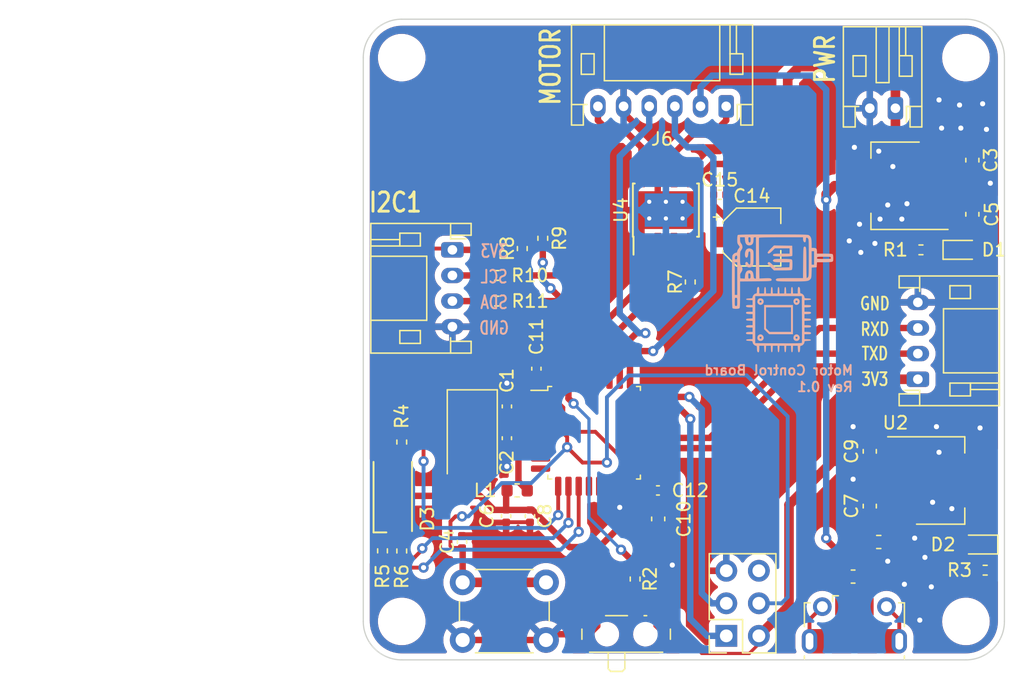
<source format=kicad_pcb>
(kicad_pcb (version 20211014) (generator pcbnew)
  (title_block (title "STM32F303K8-based DC Motor Controller") (date "2023-01-18") (rev "0.1"))
  (layers (0 "F.Cu" signal) (31 "B.Cu" signal) (34 "B.Paste" user) (35 "F.Paste" user) (36 "B.SilkS" user "B.Silkscreen") (37 "F.SilkS" user "F.Silkscreen") (38 "B.Mask" user) (39 "F.Mask" user) (44 "Edge.Cuts" user))
  (net 0 "")
  (net 1 "/OSC_IN")
  (net 2 "GND")
  (net 3 "/OSC_OUT")
  (net 4 "+9V")
  (net 5 "/~{RST}")
  (net 6 "+5V")
  (net 7 "+3V3")
  (net 8 "Net-(C7-Pad1)")
  (net 9 "Net-(D1-Pad1)")
  (net 10 "Net-(D2-Pad1)")
  (net 11 "Net-(D3-Pad1)")
  (net 12 "Net-(D3-Pad2)")
  (net 13 "Net-(D3-Pad3)")
  (net 14 "/PA9")
  (net 15 "/PA10")
  (net 16 "/PB7")
  (net 17 "/PB6")
  (net 18 "/PA13")
  (net 19 "/PA14")
  (net 21 "VDDA")
  (net 22 "/BOOT_{0}")
  (net 23 "Net-(R2-Pad2)")
  (net 24 "/PB5")
  (net 25 "/PB3")
  (net 26 "/PB4")
  (net 27 "/PA0")
  (net 28 "/PA1")
  (net 29 "/PA2")
  (net 30 "/PA3")
  (net 31 "/PA4")
  (net 32 "/PA5")
  (net 33 "/PA6")
  (net 34 "/PA7")
  (net 35 "/PB0")
  (net 36 "/PB1")
  (net 37 "/PA8")
  (net 38 "/PA11")
  (net 39 "/PA12")
  (net 40 "/PA15")
  (net 44 "unconnected-(J5-Pad6)")
  (net 45 "/MOTOR1_A")
  (net 46 "/MOTOR1_B")
  (net 47 "Net-(R7-Pad2)")
  (net 48 "Net-(J2-Pad2)")
  (net 49 "Net-(J2-Pad3)")
  (footprint "Capacitor_SMD:C_0603_1608Metric" (layer "F.Cu") (at 137.5 81 -90)
    (fp_text reference "C3")
    (fp_text value "22u")
  )
  (footprint "Crystal:Crystal_SMD_0603-2Pin_6.0x3.5mm" (layer "F.Cu") (at 98.5 102.275 -90)
    (fp_text reference "Y1" hide)
    (fp_text value "12MHz")
  )
  (footprint "Connector_JST:JST_PH_S2B-PH-K_1x02_P2.00mm_Horizontal" (layer "F.Cu") (at 131.5 76.95 180)
    (fp_text reference "J4" hide)
    (fp_text value "Conn_PWR")
  )
  (footprint "Capacitor_SMD:C_0402_1005Metric" (layer "F.Cu") (at 101.2 102.7 -90)
    (fp_text reference "C2")
    (fp_text value "10p")
  )
  (footprint "Inductor_SMD:L_0603_1608Metric" (layer "F.Cu") (at 102 106.775 180)
    (fp_text reference "L1")
    (fp_text value "L_Small")
  )
  (footprint "LED_SMD:LED_RGB_1210" (layer "F.Cu") (at 92.3 107.25 90)
    (fp_text reference "D3")
    (fp_text value "LED_STAT")
  )
  (footprint "Resistor_SMD:R_0402_1005Metric" (layer "F.Cu") (at 102.4 87.9 90)
    (fp_text reference "R8")
    (fp_text value "DNP")
  )
  (footprint "MountingHole:MountingHole_2.7mm_M2.5" (layer "F.Cu") (at 93 117)
    (fp_text reference "H3" hide)
    (fp_text value "M3")
  )
  (footprint "Capacitor_SMD:C_0402_1005Metric" (layer "F.Cu") (at 97.7 110.78 90)
    (fp_text reference "C4")
    (fp_text value "100n")
  )
  (footprint "Connector_JST:JST_PH_S4B-PH-K_1x04_P2.00mm_Horizontal" (layer "F.Cu") (at 133.25 98.1 90)
    (fp_text reference "J1" hide)
    (fp_text value "Conn_UART")
  )
  (footprint "Connector_JST:JST_PH_S6B-PH-K_1x06_P2.00mm_Horizontal" (layer "F.Cu") (at 118.3 76.8 180)
    (fp_text reference "J6")
    (fp_text value "Conn_Motor1")
  )
  (footprint "LED_SMD:LED_0603_1608Metric" (layer "F.Cu") (at 138 111 180)
    (fp_text reference "D2")
    (fp_text value "green")
  )
  (footprint "Capacitor_SMD:C_0603_1608Metric" (layer "F.Cu") (at 128.2 113.5)
    (fp_text reference "C13" hide)
    (fp_text value "22u")
  )
  (footprint "Connector_PinSocket_2.54mm:PinSocket_2x03_P2.54mm_Vertical" (layer "F.Cu") (at 118.31 118.125 180)
    (fp_text reference "J3" hide)
    (fp_text value "Conn_SWD")
  )
  (footprint "Resistor_SMD:R_0402_1005Metric" (layer "F.Cu") (at 93 103 -90)
    (fp_text reference "R4")
    (fp_text value "1K")
  )
  (footprint "Resistor_SMD:R_0402_1005Metric" (layer "F.Cu") (at 104 87.1 90)
    (fp_text reference "R9")
    (fp_text value "DNP")
  )
  (footprint "Resistor_SMD:R_0402_1005Metric" (layer "F.Cu") (at 115.5 90.51 90)
    (fp_text reference "R7")
    (fp_text value "0.2")
  )
  (footprint "Capacitor_SMD:C_0402_1005Metric" (layer "F.Cu") (at 101.14 108.775 -90)
    (fp_text reference "C6")
    (fp_text value "10n")
  )
  (footprint "Resistor_SMD:R_0402_1005Metric" (layer "F.Cu") (at 91.5 111.49 90)
    (fp_text reference "R5")
    (fp_text value "1K")
  )
  (footprint "LED_SMD:LED_0603_1608Metric" (layer "F.Cu") (at 136.7 88)
    (fp_text reference "D1")
    (fp_text value "green")
  )
  (footprint "Capacitor_SMD:CP_Elec_4x3.9" (layer "F.Cu") (at 120.3 87)
    (fp_text reference "C14")
    (fp_text value "47u")
  )
  (footprint "Package_SO:Texas_HTSOP-8-1EP_3.9x4.9mm_P1.27mm_EP2.95x4.9mm_Mask2.4x3.1mm_ThermalVias" (layer "F.Cu") (at 113.6 84.9 90)
    (fp_text reference "U4")
    (fp_text value "DRV8871DDA")
  )
  (footprint "Capacitor_SMD:C_0402_1005Metric" (layer "F.Cu") (at 112.98 106.775)
    (fp_text reference "C12")
    (fp_text value "100n")
  )
  (footprint "Capacitor_SMD:C_0402_1005Metric" (layer "F.Cu") (at 101.2 100.22 90)
    (fp_text reference "C1")
    (fp_text value "10p")
  )
  (footprint "Connector_USB:USB_Micro-B_Molex-105017-0001" (layer "F.Cu") (at 128.3 117.31)
    (fp_text reference "J5" hide)
    (fp_text value "USB_B_Micro")
  )
  (footprint "Resistor_SMD:R_0402_1005Metric" (layer "F.Cu") (at 93 111.5 90)
    (fp_text reference "R6")
    (fp_text value "1K")
  )
  (footprint "Capacitor_SMD:C_0603_1608Metric" (layer "F.Cu") (at 113 109 -90)
    (fp_text reference "C10")
    (fp_text value "10u")
  )
  (footprint "Resistor_SMD:R_0402_1005Metric" (layer "F.Cu") (at 100.4 90 180)
    (fp_text reference "R10")
    (fp_text value "DNP")
  )
  (footprint "Capacitor_SMD:C_0603_1608Metric" (layer "F.Cu") (at 137.5 85.225 -90)
    (fp_text reference "C5")
    (fp_text value "22u")
  )
  (footprint "Connector_JST:JST_PH_S4B-PH-K_1x04_P2.00mm_Horizontal" (layer "F.Cu") (at 96.95 88 -90)
    (fp_text reference "J2" hide)
    (fp_text value "Conn_I2C")
  )
  (footprint "Button_Switch_SMD:SW_SPDT_PCM12" (layer "F.Cu") (at 110.5 117.67)
    (fp_text reference "SW2" hide)
    (fp_text value "SW_BOOT0")
  )
  (footprint "Button_Switch_THT:SW_PUSH_6mm_H4.3mm" (layer "F.Cu") (at 104.25 118.45 180)
    (fp_text reference "SW1" hide)
    (fp_text value "SW_RST")
  )
  (footprint "MountingHole:MountingHole_2.7mm_M2.5" (layer "F.Cu") (at 137 73)
    (fp_text reference "H4" hide)
    (fp_text value "M3" hide)
  )
  (footprint "MountingHole:MountingHole_2.7mm_M2.5" (layer "F.Cu") (at 137 117)
    (fp_text reference "H2" hide)
    (fp_text value "M3")
  )
  (footprint "Resistor_SMD:R_0402_1005Metric" (layer "F.Cu") (at 100.4 92 180)
    (fp_text reference "R11")
    (fp_text value "DNP")
  )
  (footprint "Capacitor_SMD:C_0603_1608Metric" (layer "F.Cu") (at 129.5 108 90)
    (fp_text reference "C7")
    (fp_text value "22u")
  )
  (footprint "Capacitor_SMD:C_0402_1005Metric" (layer "F.Cu") (at 103 108.775 -90)
    (fp_text reference "C8")
    (fp_text value "1u")
  )
  (footprint "Resistor_SMD:R_0402_1005Metric" (layer "F.Cu") (at 138.5 113 180)
    (fp_text reference "R3")
    (fp_text value "1K")
  )
  (footprint "Package_TO_SOT_SMD:SOT-223-3_TabPin2" (layer "F.Cu") (at 131.5 83 180)
    (fp_text reference "U1" hide)
    (fp_text value "AMS1117-5.0")
  )
  (footprint "Resistor_SMD:R_0402_1005Metric" (layer "F.Cu") (at 133.49 88 180)
    (fp_text reference "R1")
    (fp_text value "1K")
  )
  (footprint "Capacitor_SMD:C_0603_1608Metric" (layer "F.Cu") (at 129.5 103.725 90)
    (fp_text reference "C9")
    (fp_text value "22u")
  )
  (footprint "Inductor_SMD:L_0603_1608Metric" (layer "F.Cu") (at 130.2 110.8)
    (fp_text reference "L2" hide)
    (fp_text value "L_Small")
  )
  (footprint "MountingHole:MountingHole_2.7mm_M2.5" (layer "F.Cu") (at 93 73)
    (fp_text reference "H1" hide)
    (fp_text value "M3" hide)
  )
  (footprint "Capacitor_SMD:C_0402_1005Metric" (layer "F.Cu") (at 117.8 83.7)
    (fp_text reference "C15")
    (fp_text value "0.1u")
  )
  (footprint "Capacitor_SMD:C_0402_1005Metric" (layer "F.Cu") (at 103.5 97.275 90)
    (fp_text reference "C11")
    (fp_text value "100n")
  )
  (footprint "Package_TO_SOT_SMD:SOT-223-3_TabPin2" (layer "F.Cu") (at 135 106)
    (fp_text reference "U2")
    (fp_text value "AMS1117-3.3")
  )
  (footprint "Resistor_SMD:R_0402_1005Metric" (layer "F.Cu") (at 111.2 113.69 -90)
    (fp_text reference "R2")
    (fp_text value "10K")
  )
  (footprint "Package_QFP:LQFP-32_7x7mm_P0.8mm" (layer "F.Cu") (at 108 102.275)
    (fp_text reference "U3" hide)
    (fp_text value "STM32F301K8Tx")
  )
  (footprint "LOGO" (layer "B.Cu") (at 122.383027 91.329609 180)
    (fp_text reference "G***" hide)
    (fp_text value "LOGO" hide)
  )
  (gr_arc (start 137 70) (mid 139.12132 70.87868) (end 140 73) (layer "Edge.Cuts") (width 0.1))
  (gr_line (start 137 70) (end 93 70) (layer "Edge.Cuts") (width 0.1))
  (gr_arc (start 90 73) (mid 90.87868 70.87868) (end 93 70) (layer "Edge.Cuts") (width 0.1))
  (gr_arc (start 140 117) (mid 139.12132 119.12132) (end 137 120) (layer "Edge.Cuts") (width 0.1))
  (gr_line (start 93 120) (end 137 120) (layer "Edge.Cuts") (width 0.1))
  (gr_line (start 140 117) (end 140 73) (layer "Edge.Cuts") (width 0.1))
  (gr_arc (start 93 120) (mid 90.87868 119.12132) (end 90 117) (layer "Edge.Cuts") (width 0.1))
  (gr_line (start 90 73) (end 90 117) (layer "Edge.Cuts") (width 0.1))
  (gr_text "SCL" (at 100.2 90.1) (layer "B.SilkS") (effects (font (size 1 0.75)) (justify mirror)))
  (gr_text "SDA" (at 100.2 92.1) (layer "B.SilkS") (effects (font (size 1 0.75)) (justify mirror)))
  (gr_text "Rev 0.1" (at 126 98.7) (layer "B.SilkS") (effects (font (size 0.75 0.75)) (justify mirror)))
  (gr_text "3V3" (at 100.2 88.1) (layer "B.SilkS") (effects (font (size 1 0.75)) (justify mirror)))
  (gr_text "Motor Control Board" (at 122.4 97.4) (layer "B.SilkS") (effects (font (size 0.75 0.75)) (justify mirror)))
  (gr_text "GND" (at 100.2 94.1) (layer "B.SilkS") (effects (font (size 1 0.75)) (justify mirror)))
  (gr_text "TXD" (at 129.9 96.1) (layer "F.SilkS") (effects (font (size 1 0.75))))
  (gr_text "GND" (at 129.9 92.2) (layer "F.SilkS") (effects (font (size 1 0.75))))
  (gr_text "PWR" (at 126 73.1 90) (layer "F.SilkS") (effects (font (size 1.5 1.2) (thickness 0.225))))
  (gr_text "MOTOR" (at 104.6 73.7 90) (layer "F.SilkS") (effects (font (size 1.5 1.2) (thickness 0.225))))
  (gr_text "RXD" (at 129.9 94.2) (layer "F.SilkS") (effects (font (size 1 0.75))))
  (gr_text "I2C1" (at 92.5 84.3) (layer "F.SilkS") (effects (font (size 1.5 1.2) (thickness 0.225))))
  (gr_text "3V3" (at 129.9 98.1) (layer "F.SilkS") (effects (font (size 1 0.75))))
  (segment (start 98.5 100.075) (end 99.675 100.075) (width 0.5) (layer "F.Cu") (net 1))
  (segment (start 100.3 100.7) (end 101.2 100.7) (width 0.5) (layer "F.Cu") (net 1))
  (segment (start 103.825 100.275) (end 102.725 100.275) (width 0.3) (layer "F.Cu") (net 1))
  (segment (start 99.675 100.075) (end 100.3 100.7) (width 0.5) (layer "F.Cu") (net 1))
  (segment (start 102.3 100.7) (end 101.2 100.7) (width 0.3) (layer "F.Cu") (net 1))
  (segment (start 102.725 100.275) (end 102.3 100.7) (width 0.3) (layer "F.Cu") (net 1))
  (segment (start 137.99 113) (end 131.5 113) (width 0.5) (layer "F.Cu") (net 2))
  (segment (start 114.1125 110.8875) (end 113 109.775) (width 0.5) (layer "F.Cu") (net 2))
  (segment (start 105.2 98.1) (end 105.2 97.2) (width 0.3) (layer "F.Cu") (net 2))
  (segment (start 130.95 102.95) (end 129.5 102.95) (width 0.75) (layer "F.Cu") (net 2))
  (segment (start 132.98 86.72) (end 134.4 85.3) (width 0.75) (layer "F.Cu") (net 2))
  (segment (start 110.8 107.3) (end 110 108.1) (width 0.25) (layer "F.Cu") (net 2))
  (segment (start 101.14 109.255) (end 103 109.255) (width 0.3) (layer "F.Cu") (net 2))
  (segment (start 110.3 76.8) (end 110.3 77.3) (width 0.5) (layer "F.Cu") (net 2))
  (segment (start 101.14 109.96) (end 101.14 109.255) (width 0.3) (layer "F.Cu") (net 2))
  (segment (start 129.6 114.8) (end 128.975 114.175) (width 0.25) (layer "F.Cu") (net 2))
  (segment (start 112.965 79.965) (end 112.965 82.025) (width 0.5) (layer "F.Cu") (net 2))
  (segment (start 105.2 97.2) (end 104.795 96.795) (width 0.3) (layer "F.Cu") (net 2))
  (segment (start 134.4 85.3) (end 134.65 85.3) (width 0.75) (layer "F.Cu") (net 2))
  (segment (start 114.1 110.9) (end 114.1125 110.8875) (width 0.25) (layer "F.Cu") (net 2))
  (segment (start 111.35 105.9) (end 110.8 106.45) (width 0.25) (layer "F.Cu") (net 2))
  (segment (start 131 113.5) (end 128.975 113.5) (width 0.5) (layer "F.Cu") (net 2))
  (segment (start 113.2 105.9) (end 111.35 105.9) (width 0.25) (layer "F.Cu") (net 2))
  (segment (start 137.5 86) (end 136.7 86) (width 0.75) (layer "F.Cu") (net 2))
  (segment (start 116.27 113.045) (end 114.1125 110.8875) (width 0.5) (layer "F.Cu") (net 2))
  (segment (start 136.7 86) (end 136 85.3) (width 0.75) (layer "F.Cu") (net 2))
  (segment (start 113.46 106.775) (end 113.46 106.16) (width 0.25) (layer "F.Cu") (net 2))
  (segment (start 100.8 110.3) (end 101.14 109.96) (width 0.3) (layer "F.Cu") (net 2))
  (segment (start 131.7 103.7) (end 130.95 102.95) (width 0.75) (layer "F.Cu") (net 2))
  (segment (start 128.975 114.175) (end 128.975 113.5) (width 0.25) (layer "F.Cu") (net 2))
  (segment (start 129.6 115.8475) (end 129.6 114.8) (width 0.25) (layer "F.Cu") (net 2))
  (segment (start 104.7 118) (end 104.25 118.45) (width 0.5) (layer "F.Cu") (net 2))
  (segment (start 110.3 77.3) (end 112.965 79.965) (width 0.5) (layer "F.Cu") (net 2))
  (segment (start 113.46 106.16) (end 113.2 105.9) (width 0.25) (layer "F.Cu") (net 2))
  (segment (start 97.7 110.3) (end 100.8 110.3) (width 0.3) (layer "F.Cu") (net 2))
  (segment (start 114.1 112.6) (end 114.1 110.9) (width 0.25) (layer "F.Cu") (net 2))
  (segment (start 104.795 96.795) (end 103.5 96.795) (width 0.3) (layer "F.Cu") (net 2))
  (segment (start 131.5 113) (end 131 113.5) (width 0.5) (layer "F.Cu") (net 2))
  (segment (start 136 85.3) (end 134.65 85.3) (width 0.75) (layer "F.Cu") (net 2))
  (segment (start 118.31 113.045) (end 116.27 113.045) (width 0.5) (layer "F.Cu") (net 2))
  (segment (start 108.25 116.24) (end 108.25 117.35) (width 0.5) (layer "F.Cu") (net 2))
  (segment (start 110.8 106.45) (end 110.8 107.3) (width 0.25) (layer "F.Cu") (net 2))
  (segment (start 132.98 88) (end 132.98 86.72) (width 0.75) (layer "F.Cu") (net 2))
  (segment (start 107.6 118) (end 104.7 118) (width 0.5) (layer "F.Cu") (net 2))
  (segment (start 131.85 103.7) (end 131.7 103.7) (width 0.75) (layer "F.Cu") (net 2))
  (segment (start 104.25 118.45) (end 97.75 118.45) (width 0.5) (layer "F.Cu") (net 2))
  (segment (start 108.25 117.35) (end 107.6 118) (width 0.5) (layer "F.Cu") (net 2))
  (via (at 138.1 101.9) (size 0.8) (drill 0.4) (layers "F.Cu" "B.Cu") (net 2))
  (via (at 134.9 76.3) (size 0.8) (drill 0.4) (layers "F.Cu" "B.Cu") (net 2))
  (via (at 134.9 103.8) (size 0.8) (drill 0.4) (layers "F.Cu" "B.Cu") (net 2))
  (via (at 138.3 76.6) (size 0.8) (drill 0.4) (layers "F.Cu" "B.Cu") (net 2))
  (via (at 136.6 78.5) (size 0.8) (drill 0.4) (layers "F.Cu" "B.Cu") (net 2))
  (via (at 134.4 107.7) (size 0.8) (drill 0.4) (layers "F.Cu" "B.Cu") (net 2))
  (via (at 132.2 114.1) (size 0.8) (drill 0.4) (layers "F.Cu" "B.Cu") (net 2))
  (via (at 129.9 87.5) (size 0.8) (drill 0.4) (layers "F.Cu" "B.Cu") (net 2))
  (via (at 114.1 112.6) (size 0.8) (drill 0.4) (layers "F.Cu" "B.Cu") (net 2))
  (via (at 110 108.1) (size 0.8) (drill 0.4) (layers "F.Cu" "B.Cu") (net 2))
  (via (at 130.2 80.3) (size 0.8) (drill 0.4) (layers "F.Cu" "B.Cu") (net 2))
  (via (at 133.8 112) (size 0.8) (drill 0.4) (layers "F.Cu" "B.Cu") (net 2))
  (via (at 128.8 88.2) (size 0.8) (drill 0.4) (layers "F.Cu" "B.Cu") (net 2))
  (via (at 135.9 108.2) (size 0.8) (drill 0.4) (layers "F.Cu" "B.Cu") (net 2))
  (via (at 128.2 101.8) (size 0.8) (drill 0.4) (layers "F.Cu" "B.Cu") (net 2))
  (via (at 128.7 86) (size 0.8) (drill 0.4) (layers "F.Cu" "B.Cu") (net 2))
  (via (at 138.9 82.8) (size 0.8) (drill 0.4) (layers "F.Cu" "B.Cu") (net 2))
  (via (at 132.4 84.4) (size 0.8) (drill 0.4) (layers "F.Cu" "B.Cu") (net 2))
  (via (at 128.3 80) (size 0.8) (drill 0.4) (layers "F.Cu" "B.Cu") (net 2))
  (via (at 136.5 76.7) (size 0.8) (drill 0.4) (layers "F.Cu" "B.Cu") (net 2))
  (via (at 101.2 98.4) (size 0.8) (drill 0.4) (layers "F.Cu" "B.Cu") (net 2))
  (via (at 130.3 85.6) (size 0.8) (drill 0.4) (layers "F.Cu" "B.Cu") (net 2))
  (via (at 133.4 116.9) (size 0.8) (drill 0.4) (layers "F.Cu" "B.Cu") (net 2))
  (via (at 128.2 105.9) (size 0.8) (drill 0.4) (layers "F.Cu" "B.Cu") (net 2))
  (via (at 135.1 78.5) (size 0.8) (drill 0.4) (layers "F.Cu" "B.Cu") (net 2))
  (via (at 101.2 104.9) (size 0.8) (drill 0.4) (layers "F.Cu" "B.Cu") (net 2))
  (via (at 130.9 84.5) (size 0.8) (drill 0.4) (layers "F.Cu" "B.Cu") (net 2))
  (via (at 138.6 78.6) (size 0.8) (drill 0.4) (layers "F.Cu" "B.Cu") (net 2))
  (via (at 130.9 112.3) (size 0.8) (drill 0.4) (layers "F.Cu" "B.Cu") (net 2))
  (via (at 127.9 87.3) (size 0.8) (drill 0.4) (layers "F.Cu" "B.Cu") (net 2))
  (via (at 134.7 101.8) (size 0.8) (drill 0.4) (layers "F.Cu" "B.Cu") (net 2))
  (via (at 131.3 81.5) (size 0.8) (drill 0.4) (layers "F.Cu" "B.Cu") (net 2))
  (via (at 132 85.6) (size 0.8) (drill 0.4) (layers "F.Cu" "B.Cu") (net 2))
  (via (at 133 110.5) (size 0.8) (drill 0.4) (layers "F.Cu" "B.Cu") (net 2))
  (via (at 134.3 114.3) (size 0.8) (drill 0.4) (layers "F.Cu" "B.Cu") (net 2))
  (segment (start 134.9 107.2) (end 135.9 108.2) (width 0.5) (layer "B.Cu") (net 2))
  (segment (start 128.2 101.8) (end 128.2 105.9) (width 0.5) (layer "B.Cu") (net 2))
  (segment (start 134.4 107.7) (end 134.9 107.2) (width 0.5) (layer "B.Cu") (net 2))
  (segment (start 111 110.1) (end 113.5 112.6) (width 0.25) (layer "B.Cu") (net 2))
  (segment (start 134.9 103.8) (end 134.9 107.2) (width 0.5) (layer "B.Cu") (net 2))
  (segment (start 113.5 112.6) (end 114.1 112.6) (width 0.25) (layer "B.Cu") (net 2))
  (segment (start 110 108.1) (end 110 109.1) (width 0.25) (layer "B.Cu") (net 2))
  (segment (start 110 109.1) (end 111 110.1) (width 0.25) (layer "B.Cu") (net 2))
  (segment (start 103.825 101.075) (end 102.725 101.075) (width 0.3) (layer "F.Cu") (net 3))
  (segment (start 98.5 103.9) (end 100.18 102.22) (width 0.5) (layer "F.Cu") (net 3))
  (segment (start 98.5 104.475) (end 98.5 103.9) (width 0.5) (layer "F.Cu") (net 3))
  (segment (start 101.58 102.22) (end 101.2 102.22) (width 0.3) (layer "F.Cu") (net 3))
  (segment (start 100.18 102.22) (end 101.2 102.22) (width 0.5) (layer "F.Cu") (net 3))
  (segment (start 102.725 101.075) (end 101.58 102.22) (width 0.3) (layer "F.Cu") (net 3))
  (segment (start 136.575 80.225) (end 136.1 80.7) (width 0.75) (layer "F.Cu") (net 4))
  (segment (start 116.475 82.025) (end 117.2 81.3) (width 0.5) (layer "F.Cu") (net 4))
  (segment (start 123.1 80.1) (end 123.1 74.6) (width 0.75) (layer "F.Cu") (net 4))
  (segment (start 131.5 79.6) (end 132.6 80.7) (width 0.75) (layer "F.Cu") (net 4))
  (segment (start 131.5 74.7) (end 131.5 76.95) (width 0.75) (layer "F.Cu") (net 4))
  (segment (start 117.32 84.52) (end 118.5 85.7) (width 0.5) (layer "F.Cu") (net 4))
  (segment (start 117.2 81.3) (end 118.3 81.3) (width 0.5) (layer "F.Cu") (net 4))
  (segment (start 117.32 83.7) (end 117.32 84.52) (width 0.5) (layer "F.Cu") (net 4))
  (segment (start 117.32 82.72) (end 117.32 83.7) (width 0.5) (layer "F.Cu") (net 4))
  (segment (start 132.6 80.7) (end 134.65 80.7) (width 0.75) (layer "F.Cu") (net 4))
  (segment (start 118.3 81.3) (end 121.9 81.3) (width 0.75) (layer "F.Cu") (net 4))
  (segment (start 115.505 82.025) (end 116.475 82.025) (width 0.5) (layer "F.Cu") (net 4))
  (segment (start 137.5 80.225) (end 136.575 80.225) (width 0.75) (layer "F.Cu") (net 4))
  (segment (start 121.9 81.3) (end 123.1 80.1) (width 0.75) (layer "F.Cu") (net 4))
  (segment (start 130.5 73.7) (end 131.5 74.7) (width 0.75) (layer "F.Cu") (net 4))
  (segment (start 136.1 80.7) (end 134.65 80.7) (width 0.75) (layer "F.Cu") (net 4))
  (segment (start 116.625 82.025) (end 117.32 82.72) (width 0.5) (layer "F.Cu") (net 4))
  (segment (start 123.1 74.6) (end 124 73.7) (width 0.75) (layer "F.Cu") (net 4))
  (segment (start 116.475 82.025) (end 116.625 82.025) (width 0.5) (layer "F.Cu") (net 4))
  (segment (start 118.5 85.7) (end 118.5 87) (width 0.5) (layer "F.Cu") (net 4))
  (segment (start 131.5 76.95) (end 131.5 79.6) (width 0.75) (layer "F.Cu") (net 4))
  (segment (start 124 73.7) (end 130.5 73.7) (width 0.75) (layer "F.Cu") (net 4))
  (segment (start 103.825 101.875) (end 105.175 101.875) (width 0.3) (layer "F.Cu") (net 5))
  (segment (start 96.8 109.2) (end 96.8 111.1) (width 0.3) (layer "F.Cu") (net 5))
  (segment (start 105.9 103.4) (end 107.1 104.6) (width 0.3) (layer "F.Cu") (net 5))
  (segment (start 96.8 111.1) (end 96.96 111.26) (width 0.3) (layer "F.Cu") (net 5))
  (segment (start 97.75 113.95) (end 97.75 111.31) (width 0.5) (layer "F.Cu") (net 5))
  (segment (start 107.1 104.6) (end 109 104.6) (width 0.3) (layer "F.Cu") (net 5))
  (segment (start 104.25 113.95) (end 97.75 113.95) (width 0.75) (layer "F.Cu") (net 5))
  (segment (start 97.75 111.31) (end 97.7 111.26) (width 0.5) (layer "F.Cu") (net 5))
  (segment (start 97.7 108.8) (end 97.2 108.8) (width 0.3) (layer "F.Cu") (net 5))
  (segment (start 105.9 102.6) (end 105.9 103.4) (width 0.3) (layer "F.Cu") (net 5))
  (segment (start 96.96 111.26) (end 97.7 111.26) (width 0.3) (layer "F.Cu") (net 5))
  (segment (start 105.175 101.875) (end 105.9 102.6) (width 0.3) (layer "F.Cu") (net 5))
  (segment (start 97.2 108.8) (end 96.8 109.2) (width 0.3) (layer "F.Cu") (net 5))
  (via (at 97.7 108.8) (size 0.8) (drill 0.4) (layers "F.Cu" "B.Cu") (net 5))
  (via (at 105.9 103.4) (size 0.8) (drill 0.4) (layers "F.Cu" "B.Cu") (net 5))
  (via (at 109 104.6) (size 0.8) (drill 0.4) (layers "F.Cu" "B.Cu") (net 5))
  (segment (start 98.2 108.8) (end 100.8 106.2) (width 0.3) (layer "B.Cu") (net 5))
  (segment (start 122.585 115.585) (end 120.85 115.585) (width 0.3) (layer "B.Cu") (net 5))
  (segment (start 100.8 106.2) (end 103.1 106.2) (width 0.3) (layer "B.Cu") (net 5))
  (segment (start 109 99.5) (end 110.7 97.8) (width 0.3) (layer "B.Cu") (net 5))
  (segment (start 123.1 115.1) (end 122.6 115.6) (width 0.3) (layer "B.Cu") (net 5))
  (segment (start 110.7 97.8) (end 119.9 97.8) (width 0.3) (layer "B.Cu") (net 5))
  (segment (start 122.6 115.6) (end 122.585 115.585) (width 0.3) (layer "B.Cu") (net 5))
  (segment (start 97.7 108.8) (end 98.2 108.8) (width 0.3) (layer "B.Cu") (net 5))
  (segment (start 119.9 97.8) (end 123.1 101) (width 0.3) (layer "B.Cu") (net 5))
  (segment (start 103.1 106.2) (end 105.9 103.4) (width 0.3) (layer "B.Cu") (net 5))
  (segment (start 109 104.6) (end 109 99.5) (width 0.3) (layer "B.Cu") (net 5))
  (segment (start 123.1 101) (end 123.1 115.1) (width 0.3) (layer "B.Cu") (net 5))
  (segment (start 127 114.8) (end 127.425 114.375) (width 0.25) (layer "F.Cu") (net 6))
  (segment (start 129.4125 110.8) (end 128.3 110.8) (width 0.5) (layer "F.Cu") (net 6))
  (segment (start 139.2 85) (end 139.2 87.4) (width 0.75) (layer "F.Cu") (net 6))
  (segment (start 127 115.8475) (end 127 114.8) (width 0.25) (layer "F.Cu") (net 6))
  (segment (start 128.35 83) (end 126.75 83) (width 0.75) (layer "F.Cu") (net 6))
  (segment (start 126.1 110.6) (end 127.425 111.925) (width 0.5) (layer "F.Cu") (net 6))
  (segment (start 137.5 84.45) (end 138.65 84.45) (width 0.75) (layer "F.Cu") (net 6))
  (segment (start 127.425 112.975) (end 127.425 113.5) (width 0.5) (layer "F.Cu") (net 6))
  (segment (start 137.5 83.8) (end 136.7 83) (width 0.75) (layer "F.Cu") (net 6))
  (segment (start 127.425 111.925) (end 127.425 112.975) (width 0.5) (layer "F.Cu") (net 6))
  (segment (start 127.425 111.675) (end 127.425 112.975) (width 0.5) (layer "F.Cu") (net 6))
  (segment (start 127.425 114.375) (end 127.425 113.5) (width 0.25) (layer "F.Cu") (net 6))
  (segment (start 126.1 83.65) (end 126.1 84.1) (width 0.75) (layer "F.Cu") (net 6))
  (segment (start 138.6 88) (end 137.4875 88) (width 0.75) (layer "F.Cu") (net 6))
  (segment (start 134.65 83) (end 128.35 83) (width 0.75) (layer "F.Cu") (net 6))
  (segment (start 137.5 84.45) (end 137.5 83.8) (width 0.75) (layer "F.Cu") (net 6))
  (segment (start 128.3 110.8) (end 127.425 111.675) (width 0.5) (layer "F.Cu") (net 6))
  (segment (start 136.7 83) (end 134.65 83) (width 0.75) (layer "F.Cu") (net 6))
  (segment (start 126.1 110.6) (end 126.1 110.5) (width 0.5) (layer "F.Cu") (net 6))
  (segment (start 139.2 87.4) (end 138.6 88) (width 0.75) (layer "F.Cu") (net 6))
  (segment (start 126.75 83) (end 126.1 83.65) (width 0.75) (layer "F.Cu") (net 6))
  (segment (start 138.65 84.45) (end 139.2 85) (width 0.75) (layer "F.Cu") (net 6))
  (via (at 126.1 84.1) (size 0.8) (drill 0.4) (layers "F.Cu" "B.Cu") (net 6))
  (via (at 126.1 110.5) (size 0.8) (drill 0.4) (layers "F.Cu" "B.Cu") (net 6))
  (segment (start 126.1 84.1) (end 126.1 75.5) (width 0.5) (layer "B.Cu") (net 6))
  (segment (start 126.1 110.5) (end 126.1 84.1) (width 0.5) (layer "B.Cu") (net 6))
  (segment (start 116.3 75.3) (end 116.3 76.8) (width 0.5) (layer "B.Cu") (net 6))
  (segment (start 126.1 75.5) (end 125 74.4) (width 0.5) (layer "B.Cu") (net 6))
  (segment (start 125 74.4) (end 117.2 74.4) (width 0.5) (layer "B.Cu") (net 6))
  (segment (start 117.2 74.4) (end 116.3 75.3) (width 0.5) (layer "B.Cu") (net 6))
  (segment (start 133.25 98.1) (end 128.5 98.1) (width 0.75) (layer "F.Cu") (net 7))
  (segment (start 120.85 118.125) (end 120.85 118.75) (width 0.25) (layer "F.Cu") (net 7))
  (segment (start 91.6 106.8) (end 91.6 105.5) (width 0.5) (layer "F.Cu") (net 7))
  (segment (start 131 106) (end 131.85 106) (width 0.75) (layer "F.Cu") (net 7))
  (segment (start 99.1 107.2) (end 92 107.2) (width 0.5) (layer "F.Cu") (net 7))
  (segment (start 120.1 119.5) (end 116.4 119.5) (width 0.25) (layer "F.Cu") (net 7))
  (segment (start 103.825 99.475) (end 104.775 99.475) (width 0.3) (layer "F.Cu") (net 7))
  (segment (start 137.2125 109.4875) (end 137.2125 111) (width 0.75) (layer "F.Cu") (net 7))
  (segment (start 101.14 108.295) (end 101.14 106.8475) (width 0.5) (layer "F.Cu") (net 7))
  (segment (start 105.6 101.1) (end 106.7 102.2) (width 0.3) (layer "F.Cu") (net 7))
  (segment (start 111.375 108.225) (end 108.4 111.2) (width 0.5) (layer "F.Cu") (net 7))
  (segment (start 97.1 97.4) (end 93.4 93.7) (width 0.3) (layer "F.Cu") (net 7))
  (segment (start 93.4 93.7) (end 93.4 88.9) (width 0.3) (layer "F.Cu") (net 7))
  (segment (start 113.875 108.225) (end 113 108.225) (width 0.5) (layer "F.Cu") (net 7))
  (segment (start 102.745 97.755) (end 102.39 97.4) (width 0.3) (layer "F.Cu") (net 7))
  (segment (start 111.425 110.825) (end 112.75 112.15) (width 0.5) (layer "F.Cu") (net 7))
  (segment (start 114.4 106) (end 114.4 107.7) (width 0.5) (layer "F.Cu") (net 7))
  (segment (start 103.825 99.475) (end 103.8 99.5) (width 0.3) (layer "F.Cu") (net 7))
  (segment (start 128.5 98.1) (end 126.6 100) (width 0.75) (layer "F.Cu") (net 7))
  (segment (start 106.7 102.2) (end 108.1 102.2) (width 0.3) (layer "F.Cu") (net 7))
  (segment (start 108.4 111.2) (end 106.089386 111.2) (width 0.5) (layer "F.Cu") (net 7))
  (segment (start 112.75 117.35) (end 112.75 116.24) (width 0.25) (layer "F.Cu") (net 7))
  (segment (start 112.75 112.15) (end 112.75 116.24) (width 0.5) (layer "F.Cu") (net 7))
  (segment (start 102.39 87.4) (end 99.8 87.4) (width 0.5) (layer "F.Cu") (net 7))
  (segment (start 103.8 99.5) (end 102.7 99.5) (width 0.3) (layer "F.Cu") (net 7))
  (segment (start 105.6 100.3) (end 105.6 101.1) (width 0.3) (layer "F.Cu") (net 7))
  (segment (start 113.4 118) (end 112.75 117.35) (width 0.25) (layer "F.Cu") (net 7))
  (segment (start 123.2 115.775) (end 120.85 118.125) (width 0.75) (layer "F.Cu") (net 7))
  (segment (start 92 107.2) (end 91.6 106.8) (width 0.5) (layer "F.Cu") (net 7))
  (segment (start 101.14 106.8475) (end 101.2125 106.775) (width 0.5) (layer "F.Cu") (net 7))
  (segment (start 103.184386 108.295) (end 103 108.295) (width 0.5) (layer "F.Cu") (net 7))
  (segment (start 112.975 108.2) (end 113 108.225) (width 0.5) (layer "F.Cu") (net 7))
  (segment (start 101.14 108.295) (end 100.195 108.295) (width 0.5) (layer "F.Cu") (net 7))
  (segment (start 114.9 118) (end 113.4 118) (width 0.25) (layer "F.Cu") (net 7))
  (segment (start 106.089386 111.2) (end 103.184386 108.295) (width 0.5) (layer "F.Cu") (net 7))
  (segment (start 112.175 105.075) (end 113.475 105.075) (width 0.5) (layer "F.Cu") (net 7))
  (segment (start 99.8 87.4) (end 99.2 88) (width 0.5) (layer "F.Cu") (net 7))
  (segment (start 114.4 107.7) (end 113.875 108.225) (width 0.5) (layer "F.Cu") (net 7))
  (segment (start 93.4 88.9) (end 94.4 87.9) (width 0.3) (layer "F.Cu") (net 7))
  (segment (start 102.5 98) (end 102.745 97.755) (width 0.3) (layer "F.Cu") (net 7))
  (segment (start 108.1 102.2) (end 110.975 105.075) (width 0.3) (layer "F.Cu") (net 7))
  (segment (start 138.15 108.55) (end 137.2125 109.4875) (width 0.75) (layer "F.Cu") (net 7))
  (segment (start 111.425 108.225) (end 111.425 110.825) (width 0.5) (layer "F.Cu") (net 7))
  (segment (start 131.85 106) (end 138.15 106) (width 0.75) (layer "F.Cu") (net 7))
  (segment (start 129.5 104.5) (end 131 106) (width 0.75) (layer "F.Cu") (net 7))
  (segment (start 100.195 108.295) (end 99.1 107.2) (width 0.5) (layer "F.Cu") (net 7))
  (segment (start 104.775 99.475) (end 105.6 100.3) (width 0.3) (layer "F.Cu") (net 7))
  (segment (start 103 108.295) (end 101.14 108.295) (width 0.5) (layer "F.Cu") (net 7))
  (segment (start 126.6 104.5) (end 123.2 107.9) (width 0.75) (layer "F.Cu") (net 7))
  (segment (start 102.7 99.5) (end 102.5 99.3) (width 0.3) (layer "F.Cu") (net 7))
  (segment (start 102.5 99.3) (end 102.5 98) (width 0.3) (layer "F.Cu") (net 7))
  (segment (start 112.5 107.725) (end 113 108.225) (width 0.5) (layer "F.Cu") (net 7))
  (segment (start 138.15 106) (end 138.15 108.55) (width 0.75) (layer "F.Cu") (net 7))
  (segment (start 113 108.225) (end 111.425 108.225) (width 0.5) (layer "F.Cu") (net 7))
  (segment (start 102.745 97.755) (end 103.5 97.755) (width 0.3) (layer "F.Cu") (net 7))
  (segment (start 111.425 108.225) (end 111.375 108.225) (width 0.5) (layer "F.Cu") (net 7))
  (segment (start 104 86.59) (end 103.2 86.59) (width 0.5) (layer "F.Cu") (net 7))
  (segment (start 129.5 104.5) (end 126.6 104.5) (width 0.75) (layer "F.Cu") (net 7))
  (segment (start 94.4 87.9) (end 96.85 87.9) (width 0.3) (layer "F.Cu") (net 7))
  (segment (start 123.2 107.9) (end 123.2 115.775) (width 0.75) (layer "F.Cu") (net 7))
  (segment (start 102.39 97.4) (end 97.1 97.4) (width 0.3) (layer "F.Cu") (net 7))
  (segment (start 99.2 88) (end 96.95 88) (width 0.5) (layer "F.Cu") (net 7))
  (segment (start 126.6 100) (end 126.6 104.5) (width 0.75) (layer "F.Cu") (net 7))
  (segment (start 103.2 86.59) (end 102.4 87.39) (width 0.5) (layer "F.Cu") (net 7))
  (segment (start 116.4 119.5) (end 114.9 118) (width 0.25) (layer "F.Cu") (net 7))
  (segment (start 102.4 87.39) (end 102.39 87.4) (width 0.5) (layer "F.Cu") (net 7))
  (segment (start 120.85 118.75) (end 120.1 119.5) (width 0.25) (layer "F.Cu") (net 7))
  (segment (start 113.475 105.075) (end 114.4 106) (width 0.5) (layer "F.Cu") (net 7))
  (segment (start 96.85 87.9) (end 96.95 88) (width 0.3) (layer "F.Cu") (net 7))
  (segment (start 110.975 105.075) (end 112.175 105.075) (width 0.3) (layer "F.Cu") (net 7))
  (segment (start 112.5 106.775) (end 112.5 107.725) (width 0.5) (layer "F.Cu") (net 7))
  (segment (start 129.5 108.775) (end 129.825 108.775) (width 0.5) (layer "F.Cu") (net 8))
  (segment (start 130.3 108.3) (end 131.85 108.3) (width 0.5) (layer "F.Cu") (net 8))
  (segment (start 131.85 109.25) (end 131.85 108.3) (width 0.5) (layer "F.Cu") (net 8))
  (segment (start 129.825 108.775) (end 130.3 108.3) (width 0.5) (layer "F.Cu") (net 8))
  (segment (start 130.9875 110.1125) (end 131.85 109.25) (width 0.5) (layer "F.Cu") (net 8))
  (segment (start 130.9875 110.8) (end 130.9875 110.1125) (width 0.5) (layer "F.Cu") (net 8))
  (segment (start 135.9125 88) (end 134 88) (width 0.75) (layer "F.Cu") (net 9))
  (segment (start 139.01 112.11) (end 139.01 113) (width 0.5) (layer "F.Cu") (net 10))
  (segment (start 138.7875 111.8875) (end 139.01 112.11) (width 0.5) (layer "F.Cu") (net 10))
  (segment (start 138.7875 111) (end 138.7875 111.8875) (width 0.5) (layer "F.Cu") (net 10))
  (segment (start 91.6 109) (end 91.6 110.88) (width 0.3) (layer "F.Cu") (net 11))
  (segment (start 91.6 110.88) (end 91.5 110.98) (width 0.3) (layer "F.Cu") (net 11))
  (segment (start 93 109) (end 93 110.99) (width 0.3) (layer "F.Cu") (net 12))
  (segment (start 93 103.51) (end 93 105.5) (width 0.5) (layer "F.Cu") (net 13))
  (segment (start 117.425 103.475) (end 124.8 96.1) (width 0.5) (layer "F.Cu") (net 14))
  (segment (start 124.8 96.1) (end 133.25 96.1) (width 0.5) (layer "F.Cu") (net 14))
  (segment (start 112.175 103.475) (end 117.425 103.475) (width 0.5) (layer "F.Cu") (net 14))
  (segment (start 117.025 102.675) (end 125.6 94.1) (width 0.5) (layer "F.Cu") (net 15))
  (segment (start 112.175 102.675) (end 117.025 102.675) (width 0.5) (layer "F.Cu") (net 15))
  (segment (start 125.6 94.1) (end 133.25 94.1) (width 0.5) (layer "F.Cu") (net 15))
  (segment (start 104 89) (end 104 87.61) (width 0.5) (layer "F.Cu") (net 16))
  (segment (start 106.8 93.2) (end 106.8 98.1) (width 0.5) (layer "F.Cu") (net 16))
  (segment (start 105.6 92) (end 106.8 93.2) (width 0.5) (layer "F.Cu") (net 16))
  (segment (start 105.6 92) (end 104.6 91) (width 0.5) (layer "F.Cu") (net 16))
  (segment (start 100.91 92) (end 105.6 92) (width 0.5) (layer "F.Cu") (net 16))
  (via (at 104.6 91) (size 0.8) (drill 0.4) (layers "F.Cu" "B.Cu") (net 16))
  (via (at 104 89) (size 0.8) (drill 0.4) (layers "F.Cu" "B.Cu") (net 16))
  (segment (start 104 90.4) (end 104 89) (width 0.5) (layer "B.Cu") (net 16))
  (segment (start 104.6 91) (end 104 90.4) (width 0.5) (layer "B.Cu") (net 16))
  (segment (start 100.91 90) (end 102.4 90) (width 0.5) (layer "F.Cu") (net 17))
  (segment (start 102.4 90) (end 106.6 90) (width 0.5) (layer "F.Cu") (net 17))
  (segment (start 102.4 88.41) (end 102.4 90) (width 0.5) (layer "F.Cu") (net 17))
  (segment (start 106.6 90) (end 107.6 91) (width 0.5) (layer "F.Cu") (net 17))
  (segment (start 107.6 91) (end 107.6 98.1) (width 0.5) (layer "F.Cu") (net 17))
  (segment (start 114.575 100.275) (end 115.5 101.2) (width 0.5) (layer "F.Cu") (net 18))
  (segment (start 112.175 100.275) (end 114.575 100.275) (width 0.5) (layer "F.Cu") (net 18))
  (via (at 115.5 101.2) (size 0.8) (drill 0.4) (layers "F.Cu" "B.Cu") (net 18))
  (segment (start 115.5 101.2) (end 115.5 116.8) (width 0.5) (layer "B.Cu") (net 18))
  (segment (start 115.5 116.8) (end 116.825 118.125) (width 0.5) (layer "B.Cu") (net 18))
  (segment (start 116.825 118.125) (end 118.31 118.125) (width 0.5) (layer "B.Cu") (net 18))
  (segment (start 112.175 99.475) (end 115.425 99.475) (width 0.5) (layer "F.Cu") (net 19))
  (via (at 115.425 99.475) (size 0.8) (drill 0.4) (layers "F.Cu" "B.Cu") (net 19))
  (segment (start 117.185 115.585) (end 116.4 114.8) (width 0.5) (layer "B.Cu") (net 19))
  (segment (start 116.4 114.8) (end 116.4 100.45) (width 0.5) (layer "B.Cu") (net 19))
  (segment (start 118.31 115.585) (end 117.185 115.585) (width 0.5) (layer "B.Cu") (net 19))
  (segment (start 116.4 100.45) (end 115.425 99.475) (width 0.5) (layer "B.Cu") (net 19))
  (segment (start 102.1 106.0875) (end 102.7875 106.775) (width 0.5) (layer "F.Cu") (net 21))
  (segment (start 102.725 102.675) (end 102.1 103.3) (width 0.5) (layer "F.Cu") (net 21))
  (segment (start 102.1 103.3) (end 102.1 106.0875) (width 0.5) (layer "F.Cu") (net 21))
  (segment (start 103.825 102.675) (end 102.725 102.675) (width 0.5) (layer "F.Cu") (net 21))
  (segment (start 111.2 113.18) (end 111.2 112.5) (width 0.5) (layer "F.Cu") (net 22))
  (segment (start 106 98.1) (end 106 99.6) (width 0.5) (layer "F.Cu") (net 22))
  (segment (start 106 99.6) (end 106.4 100) (width 0.5) (layer "F.Cu") (net 22))
  (segment (start 111.2 112.5) (end 110.1 111.4) (width 0.5) (layer "F.Cu") (net 22))
  (via (at 110.1 111.4) (size 0.8) (drill 0.4) (layers "F.Cu" "B.Cu") (net 22))
  (via (at 106.4 100) (size 0.8) (drill 0.4) (layers "F.Cu" "B.Cu") (net 22))
  (segment (start 107.1 100.7) (end 107.6 101.2) (width 0.25) (layer "B.Cu") (net 22))
  (segment (start 106.4 100) (end 107.1 100.7) (width 0.25) (layer "B.Cu") (net 22))
  (segment (start 107.6 108.9) (end 110.1 111.4) (width 0.25) (layer "B.Cu") (net 22))
  (segment (start 107.6 108.6) (end 107.6 108.9) (width 0.25) (layer "B.Cu") (net 22))
  (segment (start 107.6 101.2) (end 107.6 108.6) (width 0.25) (layer "B.Cu") (net 22))
  (segment (start 111.2 114.2) (end 111.2 116.19) (width 0.5) (layer "F.Cu") (net 23))
  (segment (start 111.2 116.19) (end 111.25 116.24) (width 0.5) (layer "F.Cu") (net 23))
  (segment (start 112.965 87.775) (end 112.965 89.535) (width 0.5) (layer "F.Cu") (net 24))
  (segment (start 108.4 94.1) (end 108.4 98.1) (width 0.5) (layer "F.Cu") (net 24))
  (segment (start 112.965 89.535) (end 108.4 94.1) (width 0.5) (layer "F.Cu") (net 24))
  (segment (start 110 98.1) (end 110 95.8) (width 0.5) (layer "F.Cu") (net 25))
  (segment (start 110 95.8) (end 111.3 94.5) (width 0.5) (layer "F.Cu") (net 25))
  (segment (start 111.3 94.5) (end 112 94.5) (width 0.5) (layer "F.Cu") (net 25))
  (via (at 112 94.5) (size 0.8) (drill 0.4) (layers "F.Cu" "B.Cu") (net 25))
  (segment (start 112 94.5) (end 111.5 94.5) (width 0.5) (layer "B.Cu") (net 25))
  (segment (start 110 93) (end 110 80.7) (width 0.5) (layer "B.Cu") (net 25))
  (segment (start 111.5 94.5) (end 110 93) (width 0.5) (layer "B.Cu") (net 25))
  (segment (start 110 80.7) (end 112.3 78.4) (width 0.5) (layer "B.Cu") (net 25))
  (segment (start 112.3 78.4) (end 112.3 76.8) (width 0.5) (layer "B.Cu") (net 25))
  (segment (start 109.2 95) (end 109.2 98.1) (width 0.5) (layer "F.Cu") (net 26))
  (segment (start 114.235 87.775) (end 114.235 89.965) (width 0.5) (layer "F.Cu") (net 26))
  (segment (start 114.235 89.965) (end 109.2 95) (width 0.5) (layer "F.Cu") (net 26))
  (segment (start 93 102.49) (end 93.99 102.49) (width 0.3) (layer "F.Cu") (net 30))
  (segment (start 94.7 103.2) (end 94.7 104.5) (width 0.3) (layer "F.Cu") (net 30))
  (segment (start 105.2 106.45) (end 105.2 108.7) (width 0.3) (layer "F.Cu") (net 30))
  (segment (start 93.99 102.49) (end 94.7 103.2) (width 0.3) (layer "F.Cu") (net 30))
  (via (at 94.7 104.5) (size 0.8) (drill 0.4) (layers "F.Cu" "B.Cu") (net 30))
  (via (at 105.2 108.7) (size 0.8) (drill 0.4) (layers "F.Cu" "B.Cu") (net 30))
  (segment (start 104.2 109.7) (end 105.2 108.7) (width 0.3) (layer "B.Cu") (net 30))
  (segment (start 95.4 109.7) (end 104.2 109.7) (width 0.3) (layer "B.Cu") (net 30))
  (segment (start 94.7 109) (end 95.4 109.7) (width 0.3) (layer "B.Cu") (net 30))
  (segment (start 94.7 104.5) (end 94.7 109) (width 0.3) (layer "B.Cu") (net 30))
  (segment (start 94.6 111.4) (end 93.99 112.01) (width 0.3) (layer "F.Cu") (net 31))
  (segment (start 94.6 111.3) (end 94.6 111.4) (width 0.3) (layer "F.Cu") (net 31))
  (segment (start 93.99 112.01) (end 93 112.01) (width 0.3) (layer "F.Cu") (net 31))
  (segment (start 106 106.45) (end 106 109.3) (width 0.3) (layer "F.Cu") (net 31))
  (via (at 106 109.3) (size 0.8) (drill 0.4) (layers "F.Cu" "B.Cu") (net 31))
  (via (at 94.6 111.3) (size 0.8) (drill 0.4) (layers "F.Cu" "B.Cu") (net 31))
  (segment (start 106 109.3) (end 104.8 110.5) (width 0.3) (layer "B.Cu") (net 31))
  (segment (start 95.5 110.5) (end 95.4 110.5) (width 0.3) (layer "B.Cu") (net 31))
  (segment (start 95.4 110.5) (end 94.6 111.3) (width 0.3) (layer "B.Cu") (net 31))
  (segment (start 104.8 110.5) (end 95.5 110.5) (width 0.3) (layer "B.Cu") (net 31))
  (segment (start 106.8 106.45) (end 106.8 110) (width 0.3) (layer "F.Cu") (net 32))
  (segment (start 91.9 112.8) (end 91.5 112.4) (width 0.3) (layer "F.Cu") (net 32))
  (segment (start 94.7 112.8) (end 91.9 112.8) (width 0.3) (layer "F.Cu") (net 32))
  (segment (start 91.5 112.4) (end 91.5 112) (width 0.3) (layer "F.Cu") (net 32))
  (via (at 94.7 112.8) (size 0.8) (drill 0.4) (layers "F.Cu" "B.Cu") (net 32))
  (via (at 106.8 110) (size 0.8) (drill 0.4) (layers "F.Cu" "B.Cu") (net 32))
  (segment (start 105.4 111.4) (end 96.1 111.4) (width 0.3) (layer "B.Cu") (net 32))
  (segment (start 106.8 110) (end 105.4 111.4) (width 0.3) (layer "B.Cu") (net 32))
  (segment (start 96.1 111.4) (end 94.7 112.8) (width 0.3) (layer "B.Cu") (net 32))
  (segment (start 110.8 98.1) (end 110.8 96.6) (width 0.5) (layer "F.Cu") (net 40))
  (segment (start 111.5 95.9) (end 112.6 95.9) (width 0.5) (layer "F.Cu") (net 40))
  (segment (start 110.8 96.6) (end 111.4 96) (width 0.5) (layer "F.Cu") (net 40))
  (segment (start 111.4 96) (end 111.5 95.9) (width 0.5) (layer "F.Cu") (net 40))
  (via (at 112.6 95.9) (size 0.8) (drill 0.4) (layers "F.Cu" "B.Cu") (net 40))
  (segment (start 114.3 79) (end 114.3 76.8) (width 0.5) (layer "B.Cu") (net 40))
  (segment (start 117.3 91.2) (end 117.3 80.8) (width 0.5) (layer "B.Cu") (net 40))
  (segment (start 115.3 80) (end 114.3 79) (width 0.5) (layer "B.Cu") (net 40))
  (segment (start 116.5 80) (end 115.3 80) (width 0.5) (layer "B.Cu") (net 40))
  (segment (start 112.6 95.9) (end 117.3 91.2) (width 0.5) (layer "B.Cu") (net 40))
  (segment (start 117.3 80.8) (end 116.5 80) (width 0.5) (layer "B.Cu") (net 40))
  (segment (start 124.9 116.7475) (end 124.9 116.8) (width 0.3) (layer "F.Cu") (net 44))
  (segment (start 131.8 116.8475) (end 130.8 115.8475) (width 0.3) (layer "F.Cu") (net 44))
  (segment (start 124.8 116.9) (end 124.8 118.5475) (width 0.3) (layer "F.Cu") (net 44))
  (segment (start 131.8 118.5475) (end 129.3 118.5475) (width 0.3) (layer "F.Cu") (net 44))
  (segment (start 131.8 118.5475) (end 131.8 116.8475) (width 0.3) (layer "F.Cu") (net 44))
  (segment (start 127.3 118.5475) (end 125.4 118.5475) (width 0.3) (layer "F.Cu") (net 44))
  (segment (start 125.8 115.8475) (end 124.9 116.7475) (width 0.3) (layer "F.Cu") (net 44))
  (segment (start 129.3 118.5475) (end 127.3 118.5475) (width 0.3) (layer "F.Cu") (net 44))
  (segment (start 124.9 116.8) (end 124.8 116.9) (width 0.3) (layer "F.Cu") (net 44))
  (segment (start 114.235 80.465) (end 115.7 79) (width 0.5) (layer "F.Cu") (net 45))
  (segment (start 114.235 82.025) (end 114.235 80.465) (width 0.5) (layer "F.Cu") (net 45))
  (segment (start 118.3 76.8) (end 118.3 77.9) (width 0.5) (layer "F.Cu") (net 45))
  (segment (start 115.7 79) (end 117.2 79) (width 0.5) (layer "F.Cu") (net 45))
  (segment (start 118.3 77.9) (end 117.2 79) (width 0.5) (layer "F.Cu") (net 45))
  (segment (start 108.3 77.9) (end 109.3 78.9) (width 0.5) (layer "F.Cu") (net 46))
  (segment (start 109.3 78.9) (end 110.6 78.9) (width 0.5) (layer "F.Cu") (net 46))
  (segment (start 111.695 79.995) (end 111.695 82.025) (width 0.5) (layer "F.Cu") (net 46))
  (segment (start 110.6 78.9) (end 111.695 79.995) (width 0.5) (layer "F.Cu") (net 46))
  (segment (start 108.3 76.8) (end 108.3 77.9) (width 0.5) (layer "F.Cu") (net 46))
  (segment (start 108.3 76.8) (end 108.5 76.8) (width 0.5) (layer "F.Cu") (net 46))
  (segment (start 115.505 89.995) (end 115.5 90) (width 0.5) (layer "F.Cu") (net 47))
  (segment (start 115.505 87.775) (end 115.505 89.995) (width 0.5) (layer "F.Cu") (net 47))
  (segment (start 96.95 90) (end 99.89 90) (width 0.5) (layer "F.Cu") (net 48))
  (segment (start 96.95 92) (end 99.89 92) (width 0.5) (layer "F.Cu") (net 49))
  (zone (net 0) (net_name "") (layer "F.Cu") (connect_pads (clearance 0)) (min_thickness 0.254)
    (keepout (tracks not_allowed) (vias not_allowed) (pads not_allowed) (copperpour not_allowed) (footprints allowed))
    (fill (thermal_gap 0.508) (thermal_bridge_width 0.508))
    (polygon (pts (xy 100.6 100.2) (xy 101.8 100.22) (xy 101.8 102.7) (xy 100.6 102.7) (xy 100.6 105.8) (xy 96.4 105.8) (xy 96.4 98.8) (xy 100.6 98.8)))
  )
  (zone (net 2) (net_name "GND") (layer "F.Cu") (connect_pads (clearance 0.508)) (min_thickness 0.254) (fill yes (thermal_gap 0.508) (thermal_bridge_width 0.508))
    (polygon (pts (xy 140.1 70) (xy 139.9 120.1) (xy 89.5 119.8) (xy 89.3 69.9)))
  )
  (zone (net 2) (net_name "GND") (layer "B.Cu") (connect_pads (clearance 0.508)) (min_thickness 0.254) (fill yes (thermal_gap 0.508) (thermal_bridge_width 0.508))
    (polygon (pts (xy 140.6 120.8) (xy 88.8 120.8) (xy 88.8 69.2) (xy 140.6 69.2)))
  )
)
</source>
